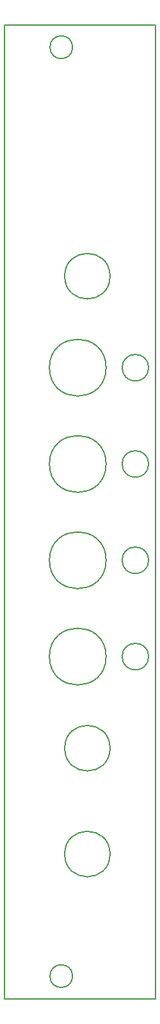
<source format=gko>
G04 #@! TF.GenerationSoftware,KiCad,Pcbnew,5.1.7-a382d34a8~87~ubuntu18.04.1*
G04 #@! TF.CreationDate,2021-01-14T14:13:34+00:00*
G04 #@! TF.ProjectId,seq4.2-panel,73657134-2e32-42d7-9061-6e656c2e6b69,rev?*
G04 #@! TF.SameCoordinates,Original*
G04 #@! TF.FileFunction,Profile,NP*
%FSLAX46Y46*%
G04 Gerber Fmt 4.6, Leading zero omitted, Abs format (unit mm)*
G04 Created by KiCad (PCBNEW 5.1.7-a382d34a8~87~ubuntu18.04.1) date 2021-01-14 14:13:34*
%MOMM*%
%LPD*%
G01*
G04 APERTURE LIST*
G04 #@! TA.AperFunction,Profile*
%ADD10C,0.200000*%
G04 #@! TD*
G04 APERTURE END LIST*
D10*
X120495000Y-85133100D02*
G75*
G03*
X120495000Y-85133100I-1750000J0D01*
G01*
X114875000Y-110533100D02*
G75*
G03*
X114875000Y-110533100I-3750000J0D01*
G01*
X114875000Y-97833100D02*
G75*
G03*
X114875000Y-97833100I-3750000J0D01*
G01*
X121425000Y-168373100D02*
X101445000Y-168373100D01*
X120495000Y-123233100D02*
G75*
G03*
X120495000Y-123233100I-1750000J0D01*
G01*
X114875000Y-85133100D02*
G75*
G03*
X114875000Y-85133100I-3750000J0D01*
G01*
X120495000Y-110533100D02*
G75*
G03*
X120495000Y-110533100I-1750000J0D01*
G01*
X120495000Y-97833100D02*
G75*
G03*
X120495000Y-97833100I-1750000J0D01*
G01*
X115395000Y-149273100D02*
G75*
G03*
X115395000Y-149273100I-3000000J0D01*
G01*
X114875000Y-123233100D02*
G75*
G03*
X114875000Y-123233100I-3750000J0D01*
G01*
X115395000Y-135313100D02*
G75*
G03*
X115395000Y-135313100I-3000000J0D01*
G01*
X121425000Y-39973100D02*
X121425000Y-168373100D01*
X101445000Y-168373100D02*
X101445000Y-39973100D01*
X110445000Y-165373100D02*
G75*
G03*
X110445000Y-165373100I-1500000J0D01*
G01*
X101445000Y-39973100D02*
X121425000Y-39973100D01*
X110445000Y-42873100D02*
G75*
G03*
X110445000Y-42873100I-1500000J0D01*
G01*
X115395000Y-73063100D02*
G75*
G03*
X115395000Y-73063100I-3000000J0D01*
G01*
M02*

</source>
